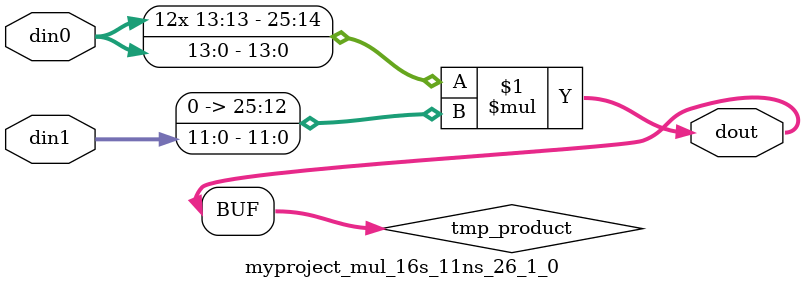
<source format=v>

`timescale 1 ns / 1 ps

  module myproject_mul_16s_11ns_26_1_0(din0, din1, dout);
parameter ID = 1;
parameter NUM_STAGE = 0;
parameter din0_WIDTH = 14;
parameter din1_WIDTH = 12;
parameter dout_WIDTH = 26;

input [din0_WIDTH - 1 : 0] din0; 
input [din1_WIDTH - 1 : 0] din1; 
output [dout_WIDTH - 1 : 0] dout;

wire signed [dout_WIDTH - 1 : 0] tmp_product;












assign tmp_product = $signed(din0) * $signed({1'b0, din1});









assign dout = tmp_product;







endmodule

</source>
